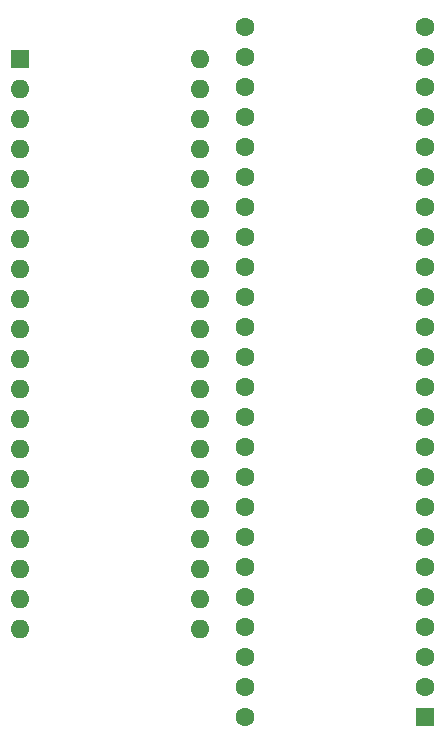
<source format=gbs>
G04 #@! TF.GenerationSoftware,KiCad,Pcbnew,(5.1.8)-1*
G04 #@! TF.CreationDate,2022-03-12T16:36:43-08:00*
G04 #@! TF.ProjectId,MCLZ8_PCB,4d434c5a-385f-4504-9342-2e6b69636164,rev?*
G04 #@! TF.SameCoordinates,Original*
G04 #@! TF.FileFunction,Soldermask,Bot*
G04 #@! TF.FilePolarity,Negative*
%FSLAX46Y46*%
G04 Gerber Fmt 4.6, Leading zero omitted, Abs format (unit mm)*
G04 Created by KiCad (PCBNEW (5.1.8)-1) date 2022-03-12 16:36:43*
%MOMM*%
%LPD*%
G01*
G04 APERTURE LIST*
%ADD10O,1.600000X1.600000*%
%ADD11R,1.600000X1.600000*%
%ADD12C,1.600000*%
G04 APERTURE END LIST*
D10*
X174452280Y-57929780D03*
X159212280Y-106189780D03*
X174452280Y-60469780D03*
X159212280Y-103649780D03*
X174452280Y-63009780D03*
X159212280Y-101109780D03*
X174452280Y-65549780D03*
X159212280Y-98569780D03*
X174452280Y-68089780D03*
X159212280Y-96029780D03*
X174452280Y-70629780D03*
X159212280Y-93489780D03*
X174452280Y-73169780D03*
X159212280Y-90949780D03*
X174452280Y-75709780D03*
X159212280Y-88409780D03*
X174452280Y-78249780D03*
X159212280Y-85869780D03*
X174452280Y-80789780D03*
X159212280Y-83329780D03*
X174452280Y-83329780D03*
X159212280Y-80789780D03*
X174452280Y-85869780D03*
X159212280Y-78249780D03*
X174452280Y-88409780D03*
X159212280Y-75709780D03*
X174452280Y-90949780D03*
X159212280Y-73169780D03*
X174452280Y-93489780D03*
X159212280Y-70629780D03*
X174452280Y-96029780D03*
X159212280Y-68089780D03*
X174452280Y-98569780D03*
X159212280Y-65549780D03*
X174452280Y-101109780D03*
X159212280Y-63009780D03*
X174452280Y-103649780D03*
X159212280Y-60469780D03*
X174452280Y-106189780D03*
D11*
X159212280Y-57929780D03*
D12*
X178290220Y-113644680D03*
X178290220Y-111104680D03*
X178290220Y-108564680D03*
X178290220Y-106024680D03*
X178290220Y-103484680D03*
X178290220Y-100944680D03*
X178290220Y-98404680D03*
X178290220Y-95864680D03*
X178290220Y-93324680D03*
X178290220Y-90784680D03*
X178290220Y-88244680D03*
X178290220Y-85704680D03*
X178290220Y-83164680D03*
X178290220Y-80624680D03*
D11*
X193530220Y-113644680D03*
D12*
X193530220Y-111104680D03*
X193530220Y-108564680D03*
X193530220Y-106024680D03*
X193530220Y-103484680D03*
X193530220Y-100944680D03*
X193530220Y-98404680D03*
X193530220Y-95864680D03*
X193530220Y-93324680D03*
X193530220Y-90784680D03*
X193530220Y-88244680D03*
X193530220Y-85704680D03*
X193530220Y-83164680D03*
X178290220Y-78084680D03*
X178290220Y-75544680D03*
X178290220Y-73004680D03*
X178290220Y-70464680D03*
X178290220Y-67924680D03*
X178290220Y-65384680D03*
X178290220Y-62844680D03*
X178290220Y-60304680D03*
X178290220Y-57764680D03*
X178290220Y-55224680D03*
X193530220Y-55224680D03*
X193530220Y-57764680D03*
X193530220Y-60304680D03*
X193530220Y-62844680D03*
X193530220Y-80624680D03*
X193530220Y-78084680D03*
X193530220Y-75544680D03*
X193530220Y-65384680D03*
X193530220Y-67924680D03*
X193530220Y-70464680D03*
X193530220Y-73004680D03*
M02*

</source>
